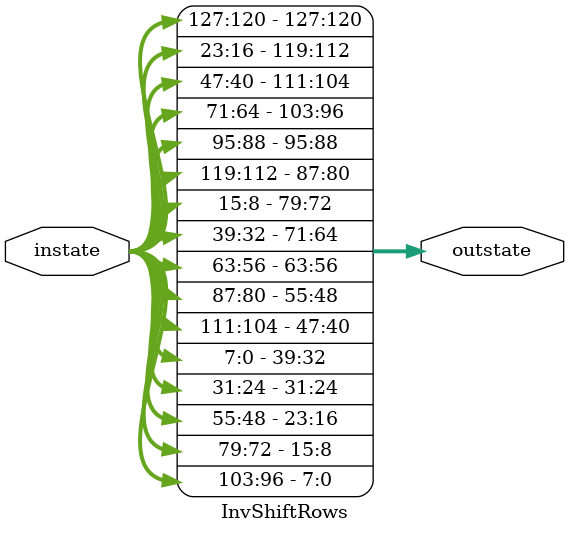
<source format=v>
module InvShiftRows(instate, outstate);

input [127 : 0] instate;
output [127 : 0] outstate;



//first row
assign outstate[127 -: 8] = instate[127 -: 8];
assign outstate[95 -: 8] = instate[95 -: 8];
assign outstate[63 -: 8] = instate[63 -: 8];
assign outstate[31 -: 8] = instate[31 -: 8];

//second row
assign outstate[119 -: 8] = instate[23 -: 8];
assign outstate[87 -: 8] = instate[119 -: 8];
assign outstate[55 -: 8] = instate[87 -: 8];
assign outstate[23 -: 8] = instate[55 -: 8];

//third row
assign outstate[111 -: 8] = instate[47 -: 8];
assign outstate[79 -: 8] = instate[15 -: 8];
assign outstate[47 -: 8] = instate[111 -: 8];
assign outstate[15 -: 8] = instate[79 -: 8];

//fourth row
assign outstate[103 -: 8] = instate[71 -: 8];
assign outstate[71 -: 8] = instate[39 -: 8];
assign outstate[39 -: 8] = instate[7 -: 8];
assign outstate[7 -: 8] = instate[103 -: 8];

endmodule
 
</source>
